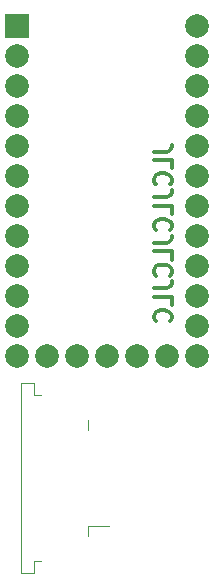
<source format=gbr>
%TF.GenerationSoftware,KiCad,Pcbnew,(6.0.4)*%
%TF.CreationDate,2024-05-03T15:52:29-07:00*%
%TF.ProjectId,left_ortholinear,6c656674-5f6f-4727-9468-6f6c696e6561,v1.0.0*%
%TF.SameCoordinates,Original*%
%TF.FileFunction,Legend,Bot*%
%TF.FilePolarity,Positive*%
%FSLAX46Y46*%
G04 Gerber Fmt 4.6, Leading zero omitted, Abs format (unit mm)*
G04 Created by KiCad (PCBNEW (6.0.4)) date 2024-05-03 15:52:29*
%MOMM*%
%LPD*%
G01*
G04 APERTURE LIST*
%ADD10C,0.300000*%
%ADD11C,0.150000*%
%ADD12C,0.120000*%
%ADD13R,2.000000X2.000000*%
%ADD14C,2.000000*%
G04 APERTURE END LIST*
D10*
X262978571Y-113762142D02*
X264050000Y-113762142D01*
X264264285Y-113690714D01*
X264407142Y-113547857D01*
X264478571Y-113333571D01*
X264478571Y-113190714D01*
X264478571Y-115190714D02*
X264478571Y-114476428D01*
X262978571Y-114476428D01*
X264335714Y-116547857D02*
X264407142Y-116476428D01*
X264478571Y-116262142D01*
X264478571Y-116119285D01*
X264407142Y-115905000D01*
X264264285Y-115762142D01*
X264121428Y-115690714D01*
X263835714Y-115619285D01*
X263621428Y-115619285D01*
X263335714Y-115690714D01*
X263192857Y-115762142D01*
X263050000Y-115905000D01*
X262978571Y-116119285D01*
X262978571Y-116262142D01*
X263050000Y-116476428D01*
X263121428Y-116547857D01*
X262978571Y-117619285D02*
X264050000Y-117619285D01*
X264264285Y-117547857D01*
X264407142Y-117405000D01*
X264478571Y-117190714D01*
X264478571Y-117047857D01*
X264478571Y-119047857D02*
X264478571Y-118333571D01*
X262978571Y-118333571D01*
X264335714Y-120405000D02*
X264407142Y-120333571D01*
X264478571Y-120119285D01*
X264478571Y-119976428D01*
X264407142Y-119762142D01*
X264264285Y-119619285D01*
X264121428Y-119547857D01*
X263835714Y-119476428D01*
X263621428Y-119476428D01*
X263335714Y-119547857D01*
X263192857Y-119619285D01*
X263050000Y-119762142D01*
X262978571Y-119976428D01*
X262978571Y-120119285D01*
X263050000Y-120333571D01*
X263121428Y-120405000D01*
X262978571Y-121476428D02*
X264050000Y-121476428D01*
X264264285Y-121405000D01*
X264407142Y-121262142D01*
X264478571Y-121047857D01*
X264478571Y-120905000D01*
X264478571Y-122905000D02*
X264478571Y-122190714D01*
X262978571Y-122190714D01*
X264335714Y-124262142D02*
X264407142Y-124190714D01*
X264478571Y-123976428D01*
X264478571Y-123833571D01*
X264407142Y-123619285D01*
X264264285Y-123476428D01*
X264121428Y-123405000D01*
X263835714Y-123333571D01*
X263621428Y-123333571D01*
X263335714Y-123405000D01*
X263192857Y-123476428D01*
X263050000Y-123619285D01*
X262978571Y-123833571D01*
X262978571Y-123976428D01*
X263050000Y-124190714D01*
X263121428Y-124262142D01*
X262978571Y-125333571D02*
X264050000Y-125333571D01*
X264264285Y-125262142D01*
X264407142Y-125119285D01*
X264478571Y-124905000D01*
X264478571Y-124762142D01*
X264478571Y-126762142D02*
X264478571Y-126047857D01*
X262978571Y-126047857D01*
X264335714Y-128119285D02*
X264407142Y-128047857D01*
X264478571Y-127833571D01*
X264478571Y-127690714D01*
X264407142Y-127476428D01*
X264264285Y-127333571D01*
X264121428Y-127262142D01*
X263835714Y-127190714D01*
X263621428Y-127190714D01*
X263335714Y-127262142D01*
X263192857Y-127333571D01*
X263050000Y-127476428D01*
X262978571Y-127690714D01*
X262978571Y-127833571D01*
X263050000Y-128047857D01*
X263121428Y-128119285D01*
D11*
%TO.C,*%
D12*
X252850000Y-134355000D02*
X252850000Y-133330000D01*
X251740000Y-149470000D02*
X252850000Y-149470000D01*
X257360000Y-137335000D02*
X257360000Y-136510000D01*
X251740000Y-133330000D02*
X251740000Y-149470000D01*
X252850000Y-148445000D02*
X253390000Y-148445000D01*
X253390000Y-134355000D02*
X252850000Y-134355000D01*
X257360000Y-145465000D02*
X259160000Y-145465000D01*
X252850000Y-149470000D02*
X252850000Y-148445000D01*
X257360000Y-146290000D02*
X257360000Y-145465000D01*
X252850000Y-133330000D02*
X251740000Y-133330000D01*
%TD*%
D13*
%TO.C,*%
X251380000Y-103130000D03*
D14*
X251380000Y-105670000D03*
X251380000Y-108210000D03*
X251380000Y-110750000D03*
X251380000Y-113290000D03*
X251380000Y-115830000D03*
X251380000Y-118370000D03*
X251380000Y-120910000D03*
X251380000Y-123450000D03*
X251380000Y-125990000D03*
X251380000Y-128530000D03*
X251380000Y-131070000D03*
X266620000Y-131070000D03*
X266620000Y-128530000D03*
X266620000Y-125990000D03*
X266620000Y-123450000D03*
X266620000Y-120910000D03*
X266620000Y-118370000D03*
X266620000Y-115830000D03*
X266620000Y-113290000D03*
X266620000Y-110750000D03*
X266620000Y-108210000D03*
X266620000Y-105670000D03*
X266620000Y-103130000D03*
X253920000Y-131070000D03*
X256460000Y-131070000D03*
X259000000Y-131070000D03*
X261540000Y-131070000D03*
X264080000Y-131070000D03*
%TD*%
M02*

</source>
